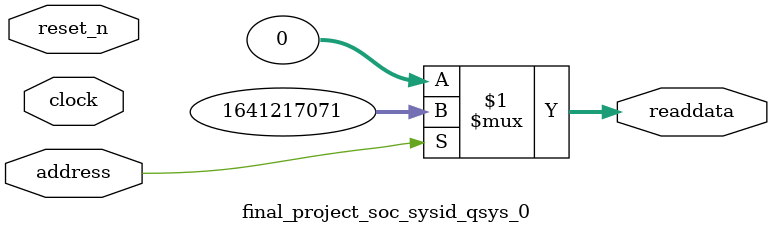
<source format=v>



// synthesis translate_off
`timescale 1ns / 1ps
// synthesis translate_on

// turn off superfluous verilog processor warnings 
// altera message_level Level1 
// altera message_off 10034 10035 10036 10037 10230 10240 10030 

module final_project_soc_sysid_qsys_0 (
               // inputs:
                address,
                clock,
                reset_n,

               // outputs:
                readdata
             )
;

  output  [ 31: 0] readdata;
  input            address;
  input            clock;
  input            reset_n;

  wire    [ 31: 0] readdata;
  //control_slave, which is an e_avalon_slave
  assign readdata = address ? 1641217071 : 0;

endmodule



</source>
